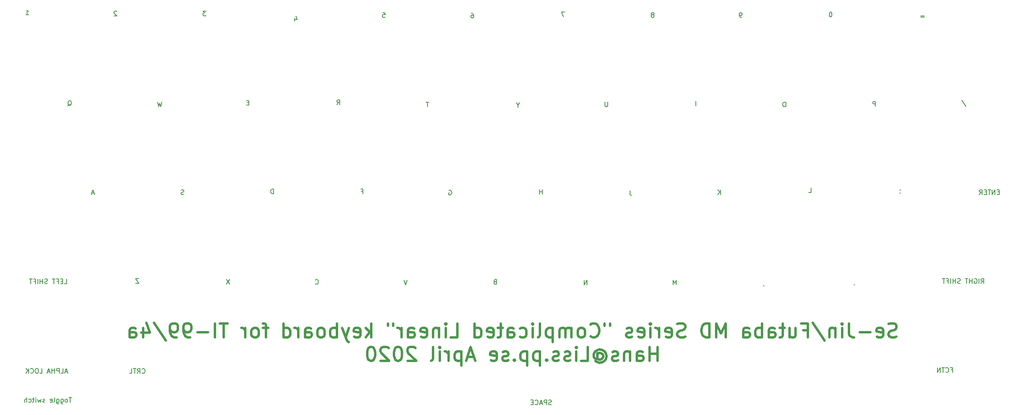
<source format=gbr>
G04 #@! TF.GenerationSoftware,KiCad,Pcbnew,(5.1.5)-2*
G04 #@! TF.CreationDate,2020-04-02T11:08:13+02:00*
G04 #@! TF.ProjectId,TI-99_kbd,54492d39-395f-46b6-9264-2e6b69636164,rev?*
G04 #@! TF.SameCoordinates,Original*
G04 #@! TF.FileFunction,Legend,Bot*
G04 #@! TF.FilePolarity,Positive*
%FSLAX46Y46*%
G04 Gerber Fmt 4.6, Leading zero omitted, Abs format (unit mm)*
G04 Created by KiCad (PCBNEW (5.1.5)-2) date 2020-04-02 11:08:13*
%MOMM*%
%LPD*%
G04 APERTURE LIST*
%ADD10C,0.150000*%
%ADD11C,0.500000*%
G04 APERTURE END LIST*
D10*
X246111904Y-144938571D02*
X246445238Y-144938571D01*
X246445238Y-145462380D02*
X246445238Y-144462380D01*
X245969047Y-144462380D01*
X245016666Y-145367142D02*
X245064285Y-145414761D01*
X245207142Y-145462380D01*
X245302380Y-145462380D01*
X245445238Y-145414761D01*
X245540476Y-145319523D01*
X245588095Y-145224285D01*
X245635714Y-145033809D01*
X245635714Y-144890952D01*
X245588095Y-144700476D01*
X245540476Y-144605238D01*
X245445238Y-144510000D01*
X245302380Y-144462380D01*
X245207142Y-144462380D01*
X245064285Y-144510000D01*
X245016666Y-144557619D01*
X244730952Y-144462380D02*
X244159523Y-144462380D01*
X244445238Y-145462380D02*
X244445238Y-144462380D01*
X243826190Y-145462380D02*
X243826190Y-144462380D01*
X243254761Y-145462380D01*
X243254761Y-144462380D01*
X161246666Y-152324761D02*
X161103809Y-152372380D01*
X160865714Y-152372380D01*
X160770476Y-152324761D01*
X160722857Y-152277142D01*
X160675238Y-152181904D01*
X160675238Y-152086666D01*
X160722857Y-151991428D01*
X160770476Y-151943809D01*
X160865714Y-151896190D01*
X161056190Y-151848571D01*
X161151428Y-151800952D01*
X161199047Y-151753333D01*
X161246666Y-151658095D01*
X161246666Y-151562857D01*
X161199047Y-151467619D01*
X161151428Y-151420000D01*
X161056190Y-151372380D01*
X160818095Y-151372380D01*
X160675238Y-151420000D01*
X160246666Y-152372380D02*
X160246666Y-151372380D01*
X159865714Y-151372380D01*
X159770476Y-151420000D01*
X159722857Y-151467619D01*
X159675238Y-151562857D01*
X159675238Y-151705714D01*
X159722857Y-151800952D01*
X159770476Y-151848571D01*
X159865714Y-151896190D01*
X160246666Y-151896190D01*
X159294285Y-152086666D02*
X158818095Y-152086666D01*
X159389523Y-152372380D02*
X159056190Y-151372380D01*
X158722857Y-152372380D01*
X157818095Y-152277142D02*
X157865714Y-152324761D01*
X158008571Y-152372380D01*
X158103809Y-152372380D01*
X158246666Y-152324761D01*
X158341904Y-152229523D01*
X158389523Y-152134285D01*
X158437142Y-151943809D01*
X158437142Y-151800952D01*
X158389523Y-151610476D01*
X158341904Y-151515238D01*
X158246666Y-151420000D01*
X158103809Y-151372380D01*
X158008571Y-151372380D01*
X157865714Y-151420000D01*
X157818095Y-151467619D01*
X157389523Y-151848571D02*
X157056190Y-151848571D01*
X156913333Y-152372380D02*
X157389523Y-152372380D01*
X157389523Y-151372380D01*
X156913333Y-151372380D01*
X74356190Y-145587142D02*
X74403809Y-145634761D01*
X74546666Y-145682380D01*
X74641904Y-145682380D01*
X74784761Y-145634761D01*
X74880000Y-145539523D01*
X74927619Y-145444285D01*
X74975238Y-145253809D01*
X74975238Y-145110952D01*
X74927619Y-144920476D01*
X74880000Y-144825238D01*
X74784761Y-144730000D01*
X74641904Y-144682380D01*
X74546666Y-144682380D01*
X74403809Y-144730000D01*
X74356190Y-144777619D01*
X73356190Y-145682380D02*
X73689523Y-145206190D01*
X73927619Y-145682380D02*
X73927619Y-144682380D01*
X73546666Y-144682380D01*
X73451428Y-144730000D01*
X73403809Y-144777619D01*
X73356190Y-144872857D01*
X73356190Y-145015714D01*
X73403809Y-145110952D01*
X73451428Y-145158571D01*
X73546666Y-145206190D01*
X73927619Y-145206190D01*
X73070476Y-144682380D02*
X72499047Y-144682380D01*
X72784761Y-145682380D02*
X72784761Y-144682380D01*
X71689523Y-145682380D02*
X72165714Y-145682380D01*
X72165714Y-144682380D01*
X59397619Y-150842380D02*
X58826190Y-150842380D01*
X59111904Y-151842380D02*
X59111904Y-150842380D01*
X58350000Y-151842380D02*
X58445238Y-151794761D01*
X58492857Y-151747142D01*
X58540476Y-151651904D01*
X58540476Y-151366190D01*
X58492857Y-151270952D01*
X58445238Y-151223333D01*
X58350000Y-151175714D01*
X58207142Y-151175714D01*
X58111904Y-151223333D01*
X58064285Y-151270952D01*
X58016666Y-151366190D01*
X58016666Y-151651904D01*
X58064285Y-151747142D01*
X58111904Y-151794761D01*
X58207142Y-151842380D01*
X58350000Y-151842380D01*
X57159523Y-151175714D02*
X57159523Y-151985238D01*
X57207142Y-152080476D01*
X57254761Y-152128095D01*
X57350000Y-152175714D01*
X57492857Y-152175714D01*
X57588095Y-152128095D01*
X57159523Y-151794761D02*
X57254761Y-151842380D01*
X57445238Y-151842380D01*
X57540476Y-151794761D01*
X57588095Y-151747142D01*
X57635714Y-151651904D01*
X57635714Y-151366190D01*
X57588095Y-151270952D01*
X57540476Y-151223333D01*
X57445238Y-151175714D01*
X57254761Y-151175714D01*
X57159523Y-151223333D01*
X56254761Y-151175714D02*
X56254761Y-151985238D01*
X56302380Y-152080476D01*
X56350000Y-152128095D01*
X56445238Y-152175714D01*
X56588095Y-152175714D01*
X56683333Y-152128095D01*
X56254761Y-151794761D02*
X56350000Y-151842380D01*
X56540476Y-151842380D01*
X56635714Y-151794761D01*
X56683333Y-151747142D01*
X56730952Y-151651904D01*
X56730952Y-151366190D01*
X56683333Y-151270952D01*
X56635714Y-151223333D01*
X56540476Y-151175714D01*
X56350000Y-151175714D01*
X56254761Y-151223333D01*
X55635714Y-151842380D02*
X55730952Y-151794761D01*
X55778571Y-151699523D01*
X55778571Y-150842380D01*
X54873809Y-151794761D02*
X54969047Y-151842380D01*
X55159523Y-151842380D01*
X55254761Y-151794761D01*
X55302380Y-151699523D01*
X55302380Y-151318571D01*
X55254761Y-151223333D01*
X55159523Y-151175714D01*
X54969047Y-151175714D01*
X54873809Y-151223333D01*
X54826190Y-151318571D01*
X54826190Y-151413809D01*
X55302380Y-151509047D01*
X53683333Y-151794761D02*
X53588095Y-151842380D01*
X53397619Y-151842380D01*
X53302380Y-151794761D01*
X53254761Y-151699523D01*
X53254761Y-151651904D01*
X53302380Y-151556666D01*
X53397619Y-151509047D01*
X53540476Y-151509047D01*
X53635714Y-151461428D01*
X53683333Y-151366190D01*
X53683333Y-151318571D01*
X53635714Y-151223333D01*
X53540476Y-151175714D01*
X53397619Y-151175714D01*
X53302380Y-151223333D01*
X52921428Y-151175714D02*
X52730952Y-151842380D01*
X52540476Y-151366190D01*
X52350000Y-151842380D01*
X52159523Y-151175714D01*
X51778571Y-151842380D02*
X51778571Y-151175714D01*
X51778571Y-150842380D02*
X51826190Y-150890000D01*
X51778571Y-150937619D01*
X51730952Y-150890000D01*
X51778571Y-150842380D01*
X51778571Y-150937619D01*
X51445238Y-151175714D02*
X51064285Y-151175714D01*
X51302380Y-150842380D02*
X51302380Y-151699523D01*
X51254761Y-151794761D01*
X51159523Y-151842380D01*
X51064285Y-151842380D01*
X50302380Y-151794761D02*
X50397619Y-151842380D01*
X50588095Y-151842380D01*
X50683333Y-151794761D01*
X50730952Y-151747142D01*
X50778571Y-151651904D01*
X50778571Y-151366190D01*
X50730952Y-151270952D01*
X50683333Y-151223333D01*
X50588095Y-151175714D01*
X50397619Y-151175714D01*
X50302380Y-151223333D01*
X49873809Y-151842380D02*
X49873809Y-150842380D01*
X49445238Y-151842380D02*
X49445238Y-151318571D01*
X49492857Y-151223333D01*
X49588095Y-151175714D01*
X49730952Y-151175714D01*
X49826190Y-151223333D01*
X49873809Y-151270952D01*
X58494761Y-145346666D02*
X58018571Y-145346666D01*
X58590000Y-145632380D02*
X58256666Y-144632380D01*
X57923333Y-145632380D01*
X57113809Y-145632380D02*
X57590000Y-145632380D01*
X57590000Y-144632380D01*
X56780476Y-145632380D02*
X56780476Y-144632380D01*
X56399523Y-144632380D01*
X56304285Y-144680000D01*
X56256666Y-144727619D01*
X56209047Y-144822857D01*
X56209047Y-144965714D01*
X56256666Y-145060952D01*
X56304285Y-145108571D01*
X56399523Y-145156190D01*
X56780476Y-145156190D01*
X55780476Y-145632380D02*
X55780476Y-144632380D01*
X55780476Y-145108571D02*
X55209047Y-145108571D01*
X55209047Y-145632380D02*
X55209047Y-144632380D01*
X54780476Y-145346666D02*
X54304285Y-145346666D01*
X54875714Y-145632380D02*
X54542380Y-144632380D01*
X54209047Y-145632380D01*
X52637619Y-145632380D02*
X53113809Y-145632380D01*
X53113809Y-144632380D01*
X52113809Y-144632380D02*
X51923333Y-144632380D01*
X51828095Y-144680000D01*
X51732857Y-144775238D01*
X51685238Y-144965714D01*
X51685238Y-145299047D01*
X51732857Y-145489523D01*
X51828095Y-145584761D01*
X51923333Y-145632380D01*
X52113809Y-145632380D01*
X52209047Y-145584761D01*
X52304285Y-145489523D01*
X52351904Y-145299047D01*
X52351904Y-144965714D01*
X52304285Y-144775238D01*
X52209047Y-144680000D01*
X52113809Y-144632380D01*
X50685238Y-145537142D02*
X50732857Y-145584761D01*
X50875714Y-145632380D01*
X50970952Y-145632380D01*
X51113809Y-145584761D01*
X51209047Y-145489523D01*
X51256666Y-145394285D01*
X51304285Y-145203809D01*
X51304285Y-145060952D01*
X51256666Y-144870476D01*
X51209047Y-144775238D01*
X51113809Y-144680000D01*
X50970952Y-144632380D01*
X50875714Y-144632380D01*
X50732857Y-144680000D01*
X50685238Y-144727619D01*
X50256666Y-145632380D02*
X50256666Y-144632380D01*
X49685238Y-145632380D02*
X50113809Y-145060952D01*
X49685238Y-144632380D02*
X50256666Y-145203809D01*
X57840952Y-126592380D02*
X58317142Y-126592380D01*
X58317142Y-125592380D01*
X57507619Y-126068571D02*
X57174285Y-126068571D01*
X57031428Y-126592380D02*
X57507619Y-126592380D01*
X57507619Y-125592380D01*
X57031428Y-125592380D01*
X56269523Y-126068571D02*
X56602857Y-126068571D01*
X56602857Y-126592380D02*
X56602857Y-125592380D01*
X56126666Y-125592380D01*
X55888571Y-125592380D02*
X55317142Y-125592380D01*
X55602857Y-126592380D02*
X55602857Y-125592380D01*
X54269523Y-126544761D02*
X54126666Y-126592380D01*
X53888571Y-126592380D01*
X53793333Y-126544761D01*
X53745714Y-126497142D01*
X53698095Y-126401904D01*
X53698095Y-126306666D01*
X53745714Y-126211428D01*
X53793333Y-126163809D01*
X53888571Y-126116190D01*
X54079047Y-126068571D01*
X54174285Y-126020952D01*
X54221904Y-125973333D01*
X54269523Y-125878095D01*
X54269523Y-125782857D01*
X54221904Y-125687619D01*
X54174285Y-125640000D01*
X54079047Y-125592380D01*
X53840952Y-125592380D01*
X53698095Y-125640000D01*
X53269523Y-126592380D02*
X53269523Y-125592380D01*
X53269523Y-126068571D02*
X52698095Y-126068571D01*
X52698095Y-126592380D02*
X52698095Y-125592380D01*
X52221904Y-126592380D02*
X52221904Y-125592380D01*
X51412380Y-126068571D02*
X51745714Y-126068571D01*
X51745714Y-126592380D02*
X51745714Y-125592380D01*
X51269523Y-125592380D01*
X51031428Y-125592380D02*
X50460000Y-125592380D01*
X50745714Y-126592380D02*
X50745714Y-125592380D01*
X73663333Y-125502380D02*
X72996666Y-125502380D01*
X73663333Y-126502380D01*
X72996666Y-126502380D01*
X92923333Y-125702380D02*
X92256666Y-126702380D01*
X92256666Y-125702380D02*
X92923333Y-126702380D01*
X111150476Y-126627142D02*
X111198095Y-126674761D01*
X111340952Y-126722380D01*
X111436190Y-126722380D01*
X111579047Y-126674761D01*
X111674285Y-126579523D01*
X111721904Y-126484285D01*
X111769523Y-126293809D01*
X111769523Y-126150952D01*
X111721904Y-125960476D01*
X111674285Y-125865238D01*
X111579047Y-125770000D01*
X111436190Y-125722380D01*
X111340952Y-125722380D01*
X111198095Y-125770000D01*
X111150476Y-125817619D01*
X130643333Y-125882380D02*
X130310000Y-126882380D01*
X129976666Y-125882380D01*
X149308571Y-126178571D02*
X149165714Y-126226190D01*
X149118095Y-126273809D01*
X149070476Y-126369047D01*
X149070476Y-126511904D01*
X149118095Y-126607142D01*
X149165714Y-126654761D01*
X149260952Y-126702380D01*
X149641904Y-126702380D01*
X149641904Y-125702380D01*
X149308571Y-125702380D01*
X149213333Y-125750000D01*
X149165714Y-125797619D01*
X149118095Y-125892857D01*
X149118095Y-125988095D01*
X149165714Y-126083333D01*
X149213333Y-126130952D01*
X149308571Y-126178571D01*
X149641904Y-126178571D01*
X168795714Y-126842380D02*
X168795714Y-125842380D01*
X168224285Y-126842380D01*
X168224285Y-125842380D01*
X187753333Y-126812380D02*
X187753333Y-125812380D01*
X187420000Y-126526666D01*
X187086666Y-125812380D01*
X187086666Y-126812380D01*
X206312380Y-126924761D02*
X206312380Y-126972380D01*
X206360000Y-127067619D01*
X206407619Y-127115238D01*
X225560000Y-126747142D02*
X225512380Y-126794761D01*
X225560000Y-126842380D01*
X225607619Y-126794761D01*
X225560000Y-126747142D01*
X225560000Y-126842380D01*
X252511904Y-126552380D02*
X252845238Y-126076190D01*
X253083333Y-126552380D02*
X253083333Y-125552380D01*
X252702380Y-125552380D01*
X252607142Y-125600000D01*
X252559523Y-125647619D01*
X252511904Y-125742857D01*
X252511904Y-125885714D01*
X252559523Y-125980952D01*
X252607142Y-126028571D01*
X252702380Y-126076190D01*
X253083333Y-126076190D01*
X252083333Y-126552380D02*
X252083333Y-125552380D01*
X251083333Y-125600000D02*
X251178571Y-125552380D01*
X251321428Y-125552380D01*
X251464285Y-125600000D01*
X251559523Y-125695238D01*
X251607142Y-125790476D01*
X251654761Y-125980952D01*
X251654761Y-126123809D01*
X251607142Y-126314285D01*
X251559523Y-126409523D01*
X251464285Y-126504761D01*
X251321428Y-126552380D01*
X251226190Y-126552380D01*
X251083333Y-126504761D01*
X251035714Y-126457142D01*
X251035714Y-126123809D01*
X251226190Y-126123809D01*
X250607142Y-126552380D02*
X250607142Y-125552380D01*
X250607142Y-126028571D02*
X250035714Y-126028571D01*
X250035714Y-126552380D02*
X250035714Y-125552380D01*
X249702380Y-125552380D02*
X249130952Y-125552380D01*
X249416666Y-126552380D02*
X249416666Y-125552380D01*
X248083333Y-126504761D02*
X247940476Y-126552380D01*
X247702380Y-126552380D01*
X247607142Y-126504761D01*
X247559523Y-126457142D01*
X247511904Y-126361904D01*
X247511904Y-126266666D01*
X247559523Y-126171428D01*
X247607142Y-126123809D01*
X247702380Y-126076190D01*
X247892857Y-126028571D01*
X247988095Y-125980952D01*
X248035714Y-125933333D01*
X248083333Y-125838095D01*
X248083333Y-125742857D01*
X248035714Y-125647619D01*
X247988095Y-125600000D01*
X247892857Y-125552380D01*
X247654761Y-125552380D01*
X247511904Y-125600000D01*
X247083333Y-126552380D02*
X247083333Y-125552380D01*
X247083333Y-126028571D02*
X246511904Y-126028571D01*
X246511904Y-126552380D02*
X246511904Y-125552380D01*
X246035714Y-126552380D02*
X246035714Y-125552380D01*
X245226190Y-126028571D02*
X245559523Y-126028571D01*
X245559523Y-126552380D02*
X245559523Y-125552380D01*
X245083333Y-125552380D01*
X244845238Y-125552380D02*
X244273809Y-125552380D01*
X244559523Y-126552380D02*
X244559523Y-125552380D01*
X256361428Y-107088571D02*
X256028095Y-107088571D01*
X255885238Y-107612380D02*
X256361428Y-107612380D01*
X256361428Y-106612380D01*
X255885238Y-106612380D01*
X255456666Y-107612380D02*
X255456666Y-106612380D01*
X254885238Y-107612380D01*
X254885238Y-106612380D01*
X254551904Y-106612380D02*
X253980476Y-106612380D01*
X254266190Y-107612380D02*
X254266190Y-106612380D01*
X253647142Y-107088571D02*
X253313809Y-107088571D01*
X253170952Y-107612380D02*
X253647142Y-107612380D01*
X253647142Y-106612380D01*
X253170952Y-106612380D01*
X252170952Y-107612380D02*
X252504285Y-107136190D01*
X252742380Y-107612380D02*
X252742380Y-106612380D01*
X252361428Y-106612380D01*
X252266190Y-106660000D01*
X252218571Y-106707619D01*
X252170952Y-106802857D01*
X252170952Y-106945714D01*
X252218571Y-107040952D01*
X252266190Y-107088571D01*
X252361428Y-107136190D01*
X252742380Y-107136190D01*
X235252380Y-107204761D02*
X235252380Y-107252380D01*
X235300000Y-107347619D01*
X235347619Y-107395238D01*
X235300000Y-106633333D02*
X235252380Y-106680952D01*
X235300000Y-106728571D01*
X235347619Y-106680952D01*
X235300000Y-106633333D01*
X235300000Y-106728571D01*
X215920476Y-107192380D02*
X216396666Y-107192380D01*
X216396666Y-106192380D01*
X197161904Y-107672380D02*
X197161904Y-106672380D01*
X196590476Y-107672380D02*
X197019047Y-107100952D01*
X196590476Y-106672380D02*
X197161904Y-107243809D01*
X177927142Y-106782380D02*
X177927142Y-107496666D01*
X177974761Y-107639523D01*
X178070000Y-107734761D01*
X178212857Y-107782380D01*
X178308095Y-107782380D01*
X159345714Y-107582380D02*
X159345714Y-106582380D01*
X159345714Y-107058571D02*
X158774285Y-107058571D01*
X158774285Y-107582380D02*
X158774285Y-106582380D01*
X139508095Y-106770000D02*
X139603333Y-106722380D01*
X139746190Y-106722380D01*
X139889047Y-106770000D01*
X139984285Y-106865238D01*
X140031904Y-106960476D01*
X140079523Y-107150952D01*
X140079523Y-107293809D01*
X140031904Y-107484285D01*
X139984285Y-107579523D01*
X139889047Y-107674761D01*
X139746190Y-107722380D01*
X139650952Y-107722380D01*
X139508095Y-107674761D01*
X139460476Y-107627142D01*
X139460476Y-107293809D01*
X139650952Y-107293809D01*
X120927142Y-106948571D02*
X121260476Y-106948571D01*
X121260476Y-107472380D02*
X121260476Y-106472380D01*
X120784285Y-106472380D01*
X102241904Y-107472380D02*
X102241904Y-106472380D01*
X102003809Y-106472380D01*
X101860952Y-106520000D01*
X101765714Y-106615238D01*
X101718095Y-106710476D01*
X101670476Y-106900952D01*
X101670476Y-107043809D01*
X101718095Y-107234285D01*
X101765714Y-107329523D01*
X101860952Y-107424761D01*
X102003809Y-107472380D01*
X102241904Y-107472380D01*
X83205714Y-107584761D02*
X83062857Y-107632380D01*
X82824761Y-107632380D01*
X82729523Y-107584761D01*
X82681904Y-107537142D01*
X82634285Y-107441904D01*
X82634285Y-107346666D01*
X82681904Y-107251428D01*
X82729523Y-107203809D01*
X82824761Y-107156190D01*
X83015238Y-107108571D01*
X83110476Y-107060952D01*
X83158095Y-107013333D01*
X83205714Y-106918095D01*
X83205714Y-106822857D01*
X83158095Y-106727619D01*
X83110476Y-106680000D01*
X83015238Y-106632380D01*
X82777142Y-106632380D01*
X82634285Y-106680000D01*
X64178095Y-107346666D02*
X63701904Y-107346666D01*
X64273333Y-107632380D02*
X63940000Y-106632380D01*
X63606666Y-107632380D01*
X58599047Y-88757619D02*
X58694285Y-88710000D01*
X58789523Y-88614761D01*
X58932380Y-88471904D01*
X59027619Y-88424285D01*
X59122857Y-88424285D01*
X59075238Y-88662380D02*
X59170476Y-88614761D01*
X59265714Y-88519523D01*
X59313333Y-88329047D01*
X59313333Y-87995714D01*
X59265714Y-87805238D01*
X59170476Y-87710000D01*
X59075238Y-87662380D01*
X58884761Y-87662380D01*
X58789523Y-87710000D01*
X58694285Y-87805238D01*
X58646666Y-87995714D01*
X58646666Y-88329047D01*
X58694285Y-88519523D01*
X58789523Y-88614761D01*
X58884761Y-88662380D01*
X59075238Y-88662380D01*
X78528571Y-87902380D02*
X78290476Y-88902380D01*
X78100000Y-88188095D01*
X77909523Y-88902380D01*
X77671428Y-87902380D01*
X97034285Y-88108571D02*
X96700952Y-88108571D01*
X96558095Y-88632380D02*
X97034285Y-88632380D01*
X97034285Y-87632380D01*
X96558095Y-87632380D01*
X115720476Y-88502380D02*
X116053809Y-88026190D01*
X116291904Y-88502380D02*
X116291904Y-87502380D01*
X115910952Y-87502380D01*
X115815714Y-87550000D01*
X115768095Y-87597619D01*
X115720476Y-87692857D01*
X115720476Y-87835714D01*
X115768095Y-87930952D01*
X115815714Y-87978571D01*
X115910952Y-88026190D01*
X116291904Y-88026190D01*
X135205714Y-87972380D02*
X134634285Y-87972380D01*
X134920000Y-88972380D02*
X134920000Y-87972380D01*
X154190000Y-88626190D02*
X154190000Y-89102380D01*
X154523333Y-88102380D02*
X154190000Y-88626190D01*
X153856666Y-88102380D01*
X173205714Y-87942380D02*
X173205714Y-88751904D01*
X173158095Y-88847142D01*
X173110476Y-88894761D01*
X173015238Y-88942380D01*
X172824761Y-88942380D01*
X172729523Y-88894761D01*
X172681904Y-88847142D01*
X172634285Y-88751904D01*
X172634285Y-87942380D01*
X191970000Y-88752380D02*
X191970000Y-87752380D01*
X210855238Y-87962380D02*
X210664761Y-87962380D01*
X210569523Y-88010000D01*
X210474285Y-88105238D01*
X210426666Y-88295714D01*
X210426666Y-88629047D01*
X210474285Y-88819523D01*
X210569523Y-88914761D01*
X210664761Y-88962380D01*
X210855238Y-88962380D01*
X210950476Y-88914761D01*
X211045714Y-88819523D01*
X211093333Y-88629047D01*
X211093333Y-88295714D01*
X211045714Y-88105238D01*
X210950476Y-88010000D01*
X210855238Y-87962380D01*
X230061904Y-88852380D02*
X230061904Y-87852380D01*
X229680952Y-87852380D01*
X229585714Y-87900000D01*
X229538095Y-87947619D01*
X229490476Y-88042857D01*
X229490476Y-88185714D01*
X229538095Y-88280952D01*
X229585714Y-88328571D01*
X229680952Y-88376190D01*
X230061904Y-88376190D01*
X248401428Y-87584761D02*
X249258571Y-88870476D01*
X240420952Y-69628571D02*
X239659047Y-69628571D01*
X239659047Y-69914285D02*
X240420952Y-69914285D01*
X220607619Y-68822380D02*
X220512380Y-68822380D01*
X220417142Y-68870000D01*
X220369523Y-68917619D01*
X220321904Y-69012857D01*
X220274285Y-69203333D01*
X220274285Y-69441428D01*
X220321904Y-69631904D01*
X220369523Y-69727142D01*
X220417142Y-69774761D01*
X220512380Y-69822380D01*
X220607619Y-69822380D01*
X220702857Y-69774761D01*
X220750476Y-69727142D01*
X220798095Y-69631904D01*
X220845714Y-69441428D01*
X220845714Y-69203333D01*
X220798095Y-69012857D01*
X220750476Y-68917619D01*
X220702857Y-68870000D01*
X220607619Y-68822380D01*
X201660476Y-69932380D02*
X201470000Y-69932380D01*
X201374761Y-69884761D01*
X201327142Y-69837142D01*
X201231904Y-69694285D01*
X201184285Y-69503809D01*
X201184285Y-69122857D01*
X201231904Y-69027619D01*
X201279523Y-68980000D01*
X201374761Y-68932380D01*
X201565238Y-68932380D01*
X201660476Y-68980000D01*
X201708095Y-69027619D01*
X201755714Y-69122857D01*
X201755714Y-69360952D01*
X201708095Y-69456190D01*
X201660476Y-69503809D01*
X201565238Y-69551428D01*
X201374761Y-69551428D01*
X201279523Y-69503809D01*
X201231904Y-69456190D01*
X201184285Y-69360952D01*
X182865238Y-69360952D02*
X182960476Y-69313333D01*
X183008095Y-69265714D01*
X183055714Y-69170476D01*
X183055714Y-69122857D01*
X183008095Y-69027619D01*
X182960476Y-68980000D01*
X182865238Y-68932380D01*
X182674761Y-68932380D01*
X182579523Y-68980000D01*
X182531904Y-69027619D01*
X182484285Y-69122857D01*
X182484285Y-69170476D01*
X182531904Y-69265714D01*
X182579523Y-69313333D01*
X182674761Y-69360952D01*
X182865238Y-69360952D01*
X182960476Y-69408571D01*
X183008095Y-69456190D01*
X183055714Y-69551428D01*
X183055714Y-69741904D01*
X183008095Y-69837142D01*
X182960476Y-69884761D01*
X182865238Y-69932380D01*
X182674761Y-69932380D01*
X182579523Y-69884761D01*
X182531904Y-69837142D01*
X182484285Y-69741904D01*
X182484285Y-69551428D01*
X182531904Y-69456190D01*
X182579523Y-69408571D01*
X182674761Y-69360952D01*
X164073333Y-68822380D02*
X163406666Y-68822380D01*
X163835238Y-69822380D01*
X144289523Y-69042380D02*
X144480000Y-69042380D01*
X144575238Y-69090000D01*
X144622857Y-69137619D01*
X144718095Y-69280476D01*
X144765714Y-69470952D01*
X144765714Y-69851904D01*
X144718095Y-69947142D01*
X144670476Y-69994761D01*
X144575238Y-70042380D01*
X144384761Y-70042380D01*
X144289523Y-69994761D01*
X144241904Y-69947142D01*
X144194285Y-69851904D01*
X144194285Y-69613809D01*
X144241904Y-69518571D01*
X144289523Y-69470952D01*
X144384761Y-69423333D01*
X144575238Y-69423333D01*
X144670476Y-69470952D01*
X144718095Y-69518571D01*
X144765714Y-69613809D01*
X125431904Y-68932380D02*
X125908095Y-68932380D01*
X125955714Y-69408571D01*
X125908095Y-69360952D01*
X125812857Y-69313333D01*
X125574761Y-69313333D01*
X125479523Y-69360952D01*
X125431904Y-69408571D01*
X125384285Y-69503809D01*
X125384285Y-69741904D01*
X125431904Y-69837142D01*
X125479523Y-69884761D01*
X125574761Y-69932380D01*
X125812857Y-69932380D01*
X125908095Y-69884761D01*
X125955714Y-69837142D01*
X106779523Y-70045714D02*
X106779523Y-70712380D01*
X107017619Y-69664761D02*
X107255714Y-70379047D01*
X106636666Y-70379047D01*
X87933333Y-68592380D02*
X87314285Y-68592380D01*
X87647619Y-68973333D01*
X87504761Y-68973333D01*
X87409523Y-69020952D01*
X87361904Y-69068571D01*
X87314285Y-69163809D01*
X87314285Y-69401904D01*
X87361904Y-69497142D01*
X87409523Y-69544761D01*
X87504761Y-69592380D01*
X87790476Y-69592380D01*
X87885714Y-69544761D01*
X87933333Y-69497142D01*
X68965714Y-68687619D02*
X68918095Y-68640000D01*
X68822857Y-68592380D01*
X68584761Y-68592380D01*
X68489523Y-68640000D01*
X68441904Y-68687619D01*
X68394285Y-68782857D01*
X68394285Y-68878095D01*
X68441904Y-69020952D01*
X69013333Y-69592380D01*
X68394285Y-69592380D01*
X49694285Y-69372380D02*
X50265714Y-69372380D01*
X49980000Y-69372380D02*
X49980000Y-68372380D01*
X50075238Y-68515238D01*
X50170476Y-68610476D01*
X50265714Y-68658095D01*
D11*
X234559999Y-137904285D02*
X234131428Y-138047142D01*
X233417142Y-138047142D01*
X233131428Y-137904285D01*
X232988571Y-137761428D01*
X232845714Y-137475714D01*
X232845714Y-137190000D01*
X232988571Y-136904285D01*
X233131428Y-136761428D01*
X233417142Y-136618571D01*
X233988571Y-136475714D01*
X234274285Y-136332857D01*
X234417142Y-136190000D01*
X234559999Y-135904285D01*
X234559999Y-135618571D01*
X234417142Y-135332857D01*
X234274285Y-135190000D01*
X233988571Y-135047142D01*
X233274285Y-135047142D01*
X232845714Y-135190000D01*
X230417142Y-137904285D02*
X230702857Y-138047142D01*
X231274285Y-138047142D01*
X231559999Y-137904285D01*
X231702857Y-137618571D01*
X231702857Y-136475714D01*
X231559999Y-136190000D01*
X231274285Y-136047142D01*
X230702857Y-136047142D01*
X230417142Y-136190000D01*
X230274285Y-136475714D01*
X230274285Y-136761428D01*
X231702857Y-137047142D01*
X228988571Y-136904285D02*
X226702857Y-136904285D01*
X224417142Y-135047142D02*
X224417142Y-137190000D01*
X224559999Y-137618571D01*
X224845714Y-137904285D01*
X225274285Y-138047142D01*
X225559999Y-138047142D01*
X222988571Y-138047142D02*
X222988571Y-136047142D01*
X222988571Y-135047142D02*
X223131428Y-135190000D01*
X222988571Y-135332857D01*
X222845714Y-135190000D01*
X222988571Y-135047142D01*
X222988571Y-135332857D01*
X221559999Y-136047142D02*
X221559999Y-138047142D01*
X221559999Y-136332857D02*
X221417142Y-136190000D01*
X221131428Y-136047142D01*
X220702857Y-136047142D01*
X220417142Y-136190000D01*
X220274285Y-136475714D01*
X220274285Y-138047142D01*
X216702857Y-134904285D02*
X219274285Y-138761428D01*
X214702857Y-136475714D02*
X215702857Y-136475714D01*
X215702857Y-138047142D02*
X215702857Y-135047142D01*
X214274285Y-135047142D01*
X211845714Y-136047142D02*
X211845714Y-138047142D01*
X213131428Y-136047142D02*
X213131428Y-137618571D01*
X212988571Y-137904285D01*
X212702857Y-138047142D01*
X212274285Y-138047142D01*
X211988571Y-137904285D01*
X211845714Y-137761428D01*
X210845714Y-136047142D02*
X209702857Y-136047142D01*
X210417142Y-135047142D02*
X210417142Y-137618571D01*
X210274285Y-137904285D01*
X209988571Y-138047142D01*
X209702857Y-138047142D01*
X207417142Y-138047142D02*
X207417142Y-136475714D01*
X207560000Y-136190000D01*
X207845714Y-136047142D01*
X208417142Y-136047142D01*
X208702857Y-136190000D01*
X207417142Y-137904285D02*
X207702857Y-138047142D01*
X208417142Y-138047142D01*
X208702857Y-137904285D01*
X208845714Y-137618571D01*
X208845714Y-137332857D01*
X208702857Y-137047142D01*
X208417142Y-136904285D01*
X207702857Y-136904285D01*
X207417142Y-136761428D01*
X205988571Y-138047142D02*
X205988571Y-135047142D01*
X205988571Y-136190000D02*
X205702857Y-136047142D01*
X205131428Y-136047142D01*
X204845714Y-136190000D01*
X204702857Y-136332857D01*
X204560000Y-136618571D01*
X204560000Y-137475714D01*
X204702857Y-137761428D01*
X204845714Y-137904285D01*
X205131428Y-138047142D01*
X205702857Y-138047142D01*
X205988571Y-137904285D01*
X201988571Y-138047142D02*
X201988571Y-136475714D01*
X202131428Y-136190000D01*
X202417142Y-136047142D01*
X202988571Y-136047142D01*
X203274285Y-136190000D01*
X201988571Y-137904285D02*
X202274285Y-138047142D01*
X202988571Y-138047142D01*
X203274285Y-137904285D01*
X203417142Y-137618571D01*
X203417142Y-137332857D01*
X203274285Y-137047142D01*
X202988571Y-136904285D01*
X202274285Y-136904285D01*
X201988571Y-136761428D01*
X198274285Y-138047142D02*
X198274285Y-135047142D01*
X197274285Y-137190000D01*
X196274285Y-135047142D01*
X196274285Y-138047142D01*
X194845714Y-138047142D02*
X194845714Y-135047142D01*
X194131428Y-135047142D01*
X193702857Y-135190000D01*
X193417142Y-135475714D01*
X193274285Y-135761428D01*
X193131428Y-136332857D01*
X193131428Y-136761428D01*
X193274285Y-137332857D01*
X193417142Y-137618571D01*
X193702857Y-137904285D01*
X194131428Y-138047142D01*
X194845714Y-138047142D01*
X189702857Y-137904285D02*
X189274285Y-138047142D01*
X188560000Y-138047142D01*
X188274285Y-137904285D01*
X188131428Y-137761428D01*
X187988571Y-137475714D01*
X187988571Y-137190000D01*
X188131428Y-136904285D01*
X188274285Y-136761428D01*
X188560000Y-136618571D01*
X189131428Y-136475714D01*
X189417142Y-136332857D01*
X189560000Y-136190000D01*
X189702857Y-135904285D01*
X189702857Y-135618571D01*
X189560000Y-135332857D01*
X189417142Y-135190000D01*
X189131428Y-135047142D01*
X188417142Y-135047142D01*
X187988571Y-135190000D01*
X185560000Y-137904285D02*
X185845714Y-138047142D01*
X186417142Y-138047142D01*
X186702857Y-137904285D01*
X186845714Y-137618571D01*
X186845714Y-136475714D01*
X186702857Y-136190000D01*
X186417142Y-136047142D01*
X185845714Y-136047142D01*
X185560000Y-136190000D01*
X185417142Y-136475714D01*
X185417142Y-136761428D01*
X186845714Y-137047142D01*
X184131428Y-138047142D02*
X184131428Y-136047142D01*
X184131428Y-136618571D02*
X183988571Y-136332857D01*
X183845714Y-136190000D01*
X183560000Y-136047142D01*
X183274285Y-136047142D01*
X182274285Y-138047142D02*
X182274285Y-136047142D01*
X182274285Y-135047142D02*
X182417142Y-135190000D01*
X182274285Y-135332857D01*
X182131428Y-135190000D01*
X182274285Y-135047142D01*
X182274285Y-135332857D01*
X179702857Y-137904285D02*
X179988571Y-138047142D01*
X180560000Y-138047142D01*
X180845714Y-137904285D01*
X180988571Y-137618571D01*
X180988571Y-136475714D01*
X180845714Y-136190000D01*
X180560000Y-136047142D01*
X179988571Y-136047142D01*
X179702857Y-136190000D01*
X179560000Y-136475714D01*
X179560000Y-136761428D01*
X180988571Y-137047142D01*
X178417142Y-137904285D02*
X178131428Y-138047142D01*
X177560000Y-138047142D01*
X177274285Y-137904285D01*
X177131428Y-137618571D01*
X177131428Y-137475714D01*
X177274285Y-137190000D01*
X177560000Y-137047142D01*
X177988571Y-137047142D01*
X178274285Y-136904285D01*
X178417142Y-136618571D01*
X178417142Y-136475714D01*
X178274285Y-136190000D01*
X177988571Y-136047142D01*
X177560000Y-136047142D01*
X177274285Y-136190000D01*
X173702857Y-135047142D02*
X173702857Y-135618571D01*
X172560000Y-135047142D02*
X172560000Y-135618571D01*
X169560000Y-137761428D02*
X169702857Y-137904285D01*
X170131428Y-138047142D01*
X170417142Y-138047142D01*
X170845714Y-137904285D01*
X171131428Y-137618571D01*
X171274285Y-137332857D01*
X171417142Y-136761428D01*
X171417142Y-136332857D01*
X171274285Y-135761428D01*
X171131428Y-135475714D01*
X170845714Y-135190000D01*
X170417142Y-135047142D01*
X170131428Y-135047142D01*
X169702857Y-135190000D01*
X169560000Y-135332857D01*
X167845714Y-138047142D02*
X168131428Y-137904285D01*
X168274285Y-137761428D01*
X168417142Y-137475714D01*
X168417142Y-136618571D01*
X168274285Y-136332857D01*
X168131428Y-136190000D01*
X167845714Y-136047142D01*
X167417142Y-136047142D01*
X167131428Y-136190000D01*
X166988571Y-136332857D01*
X166845714Y-136618571D01*
X166845714Y-137475714D01*
X166988571Y-137761428D01*
X167131428Y-137904285D01*
X167417142Y-138047142D01*
X167845714Y-138047142D01*
X165560000Y-138047142D02*
X165560000Y-136047142D01*
X165560000Y-136332857D02*
X165417142Y-136190000D01*
X165131428Y-136047142D01*
X164702857Y-136047142D01*
X164417142Y-136190000D01*
X164274285Y-136475714D01*
X164274285Y-138047142D01*
X164274285Y-136475714D02*
X164131428Y-136190000D01*
X163845714Y-136047142D01*
X163417142Y-136047142D01*
X163131428Y-136190000D01*
X162988571Y-136475714D01*
X162988571Y-138047142D01*
X161560000Y-136047142D02*
X161560000Y-139047142D01*
X161560000Y-136190000D02*
X161274285Y-136047142D01*
X160702857Y-136047142D01*
X160417142Y-136190000D01*
X160274285Y-136332857D01*
X160131428Y-136618571D01*
X160131428Y-137475714D01*
X160274285Y-137761428D01*
X160417142Y-137904285D01*
X160702857Y-138047142D01*
X161274285Y-138047142D01*
X161560000Y-137904285D01*
X158417142Y-138047142D02*
X158702857Y-137904285D01*
X158845714Y-137618571D01*
X158845714Y-135047142D01*
X157274285Y-138047142D02*
X157274285Y-136047142D01*
X157274285Y-135047142D02*
X157417142Y-135190000D01*
X157274285Y-135332857D01*
X157131428Y-135190000D01*
X157274285Y-135047142D01*
X157274285Y-135332857D01*
X154560000Y-137904285D02*
X154845714Y-138047142D01*
X155417142Y-138047142D01*
X155702857Y-137904285D01*
X155845714Y-137761428D01*
X155988571Y-137475714D01*
X155988571Y-136618571D01*
X155845714Y-136332857D01*
X155702857Y-136190000D01*
X155417142Y-136047142D01*
X154845714Y-136047142D01*
X154560000Y-136190000D01*
X151988571Y-138047142D02*
X151988571Y-136475714D01*
X152131428Y-136190000D01*
X152417142Y-136047142D01*
X152988571Y-136047142D01*
X153274285Y-136190000D01*
X151988571Y-137904285D02*
X152274285Y-138047142D01*
X152988571Y-138047142D01*
X153274285Y-137904285D01*
X153417142Y-137618571D01*
X153417142Y-137332857D01*
X153274285Y-137047142D01*
X152988571Y-136904285D01*
X152274285Y-136904285D01*
X151988571Y-136761428D01*
X150988571Y-136047142D02*
X149845714Y-136047142D01*
X150560000Y-135047142D02*
X150560000Y-137618571D01*
X150417142Y-137904285D01*
X150131428Y-138047142D01*
X149845714Y-138047142D01*
X147702857Y-137904285D02*
X147988571Y-138047142D01*
X148560000Y-138047142D01*
X148845714Y-137904285D01*
X148988571Y-137618571D01*
X148988571Y-136475714D01*
X148845714Y-136190000D01*
X148560000Y-136047142D01*
X147988571Y-136047142D01*
X147702857Y-136190000D01*
X147560000Y-136475714D01*
X147560000Y-136761428D01*
X148988571Y-137047142D01*
X144988571Y-138047142D02*
X144988571Y-135047142D01*
X144988571Y-137904285D02*
X145274285Y-138047142D01*
X145845714Y-138047142D01*
X146131428Y-137904285D01*
X146274285Y-137761428D01*
X146417142Y-137475714D01*
X146417142Y-136618571D01*
X146274285Y-136332857D01*
X146131428Y-136190000D01*
X145845714Y-136047142D01*
X145274285Y-136047142D01*
X144988571Y-136190000D01*
X139845714Y-138047142D02*
X141274285Y-138047142D01*
X141274285Y-135047142D01*
X138845714Y-138047142D02*
X138845714Y-136047142D01*
X138845714Y-135047142D02*
X138988571Y-135190000D01*
X138845714Y-135332857D01*
X138702857Y-135190000D01*
X138845714Y-135047142D01*
X138845714Y-135332857D01*
X137417142Y-136047142D02*
X137417142Y-138047142D01*
X137417142Y-136332857D02*
X137274285Y-136190000D01*
X136988571Y-136047142D01*
X136560000Y-136047142D01*
X136274285Y-136190000D01*
X136131428Y-136475714D01*
X136131428Y-138047142D01*
X133560000Y-137904285D02*
X133845714Y-138047142D01*
X134417142Y-138047142D01*
X134702857Y-137904285D01*
X134845714Y-137618571D01*
X134845714Y-136475714D01*
X134702857Y-136190000D01*
X134417142Y-136047142D01*
X133845714Y-136047142D01*
X133560000Y-136190000D01*
X133417142Y-136475714D01*
X133417142Y-136761428D01*
X134845714Y-137047142D01*
X130845714Y-138047142D02*
X130845714Y-136475714D01*
X130988571Y-136190000D01*
X131274285Y-136047142D01*
X131845714Y-136047142D01*
X132131428Y-136190000D01*
X130845714Y-137904285D02*
X131131428Y-138047142D01*
X131845714Y-138047142D01*
X132131428Y-137904285D01*
X132274285Y-137618571D01*
X132274285Y-137332857D01*
X132131428Y-137047142D01*
X131845714Y-136904285D01*
X131131428Y-136904285D01*
X130845714Y-136761428D01*
X129417142Y-138047142D02*
X129417142Y-136047142D01*
X129417142Y-136618571D02*
X129274285Y-136332857D01*
X129131428Y-136190000D01*
X128845714Y-136047142D01*
X128560000Y-136047142D01*
X127702857Y-135047142D02*
X127702857Y-135618571D01*
X126560000Y-135047142D02*
X126560000Y-135618571D01*
X122988571Y-138047142D02*
X122988571Y-135047142D01*
X122702857Y-136904285D02*
X121845714Y-138047142D01*
X121845714Y-136047142D02*
X122988571Y-137190000D01*
X119417142Y-137904285D02*
X119702857Y-138047142D01*
X120274285Y-138047142D01*
X120560000Y-137904285D01*
X120702857Y-137618571D01*
X120702857Y-136475714D01*
X120560000Y-136190000D01*
X120274285Y-136047142D01*
X119702857Y-136047142D01*
X119417142Y-136190000D01*
X119274285Y-136475714D01*
X119274285Y-136761428D01*
X120702857Y-137047142D01*
X118274285Y-136047142D02*
X117560000Y-138047142D01*
X116845714Y-136047142D02*
X117560000Y-138047142D01*
X117845714Y-138761428D01*
X117988571Y-138904285D01*
X118274285Y-139047142D01*
X115702857Y-138047142D02*
X115702857Y-135047142D01*
X115702857Y-136190000D02*
X115417142Y-136047142D01*
X114845714Y-136047142D01*
X114560000Y-136190000D01*
X114417142Y-136332857D01*
X114274285Y-136618571D01*
X114274285Y-137475714D01*
X114417142Y-137761428D01*
X114560000Y-137904285D01*
X114845714Y-138047142D01*
X115417142Y-138047142D01*
X115702857Y-137904285D01*
X112560000Y-138047142D02*
X112845714Y-137904285D01*
X112988571Y-137761428D01*
X113131428Y-137475714D01*
X113131428Y-136618571D01*
X112988571Y-136332857D01*
X112845714Y-136190000D01*
X112560000Y-136047142D01*
X112131428Y-136047142D01*
X111845714Y-136190000D01*
X111702857Y-136332857D01*
X111560000Y-136618571D01*
X111560000Y-137475714D01*
X111702857Y-137761428D01*
X111845714Y-137904285D01*
X112131428Y-138047142D01*
X112560000Y-138047142D01*
X108988571Y-138047142D02*
X108988571Y-136475714D01*
X109131428Y-136190000D01*
X109417142Y-136047142D01*
X109988571Y-136047142D01*
X110274285Y-136190000D01*
X108988571Y-137904285D02*
X109274285Y-138047142D01*
X109988571Y-138047142D01*
X110274285Y-137904285D01*
X110417142Y-137618571D01*
X110417142Y-137332857D01*
X110274285Y-137047142D01*
X109988571Y-136904285D01*
X109274285Y-136904285D01*
X108988571Y-136761428D01*
X107560000Y-138047142D02*
X107560000Y-136047142D01*
X107560000Y-136618571D02*
X107417142Y-136332857D01*
X107274285Y-136190000D01*
X106988571Y-136047142D01*
X106702857Y-136047142D01*
X104417142Y-138047142D02*
X104417142Y-135047142D01*
X104417142Y-137904285D02*
X104702857Y-138047142D01*
X105274285Y-138047142D01*
X105560000Y-137904285D01*
X105702857Y-137761428D01*
X105845714Y-137475714D01*
X105845714Y-136618571D01*
X105702857Y-136332857D01*
X105560000Y-136190000D01*
X105274285Y-136047142D01*
X104702857Y-136047142D01*
X104417142Y-136190000D01*
X101131428Y-136047142D02*
X99988571Y-136047142D01*
X100702857Y-138047142D02*
X100702857Y-135475714D01*
X100560000Y-135190000D01*
X100274285Y-135047142D01*
X99988571Y-135047142D01*
X98560000Y-138047142D02*
X98845714Y-137904285D01*
X98988571Y-137761428D01*
X99131428Y-137475714D01*
X99131428Y-136618571D01*
X98988571Y-136332857D01*
X98845714Y-136190000D01*
X98560000Y-136047142D01*
X98131428Y-136047142D01*
X97845714Y-136190000D01*
X97702857Y-136332857D01*
X97560000Y-136618571D01*
X97560000Y-137475714D01*
X97702857Y-137761428D01*
X97845714Y-137904285D01*
X98131428Y-138047142D01*
X98560000Y-138047142D01*
X96274285Y-138047142D02*
X96274285Y-136047142D01*
X96274285Y-136618571D02*
X96131428Y-136332857D01*
X95988571Y-136190000D01*
X95702857Y-136047142D01*
X95417142Y-136047142D01*
X92560000Y-135047142D02*
X90845714Y-135047142D01*
X91702857Y-138047142D02*
X91702857Y-135047142D01*
X89845714Y-138047142D02*
X89845714Y-135047142D01*
X88417142Y-136904285D02*
X86131428Y-136904285D01*
X84560000Y-138047142D02*
X83988571Y-138047142D01*
X83702857Y-137904285D01*
X83560000Y-137761428D01*
X83274285Y-137332857D01*
X83131428Y-136761428D01*
X83131428Y-135618571D01*
X83274285Y-135332857D01*
X83417142Y-135190000D01*
X83702857Y-135047142D01*
X84274285Y-135047142D01*
X84560000Y-135190000D01*
X84702857Y-135332857D01*
X84845714Y-135618571D01*
X84845714Y-136332857D01*
X84702857Y-136618571D01*
X84560000Y-136761428D01*
X84274285Y-136904285D01*
X83702857Y-136904285D01*
X83417142Y-136761428D01*
X83274285Y-136618571D01*
X83131428Y-136332857D01*
X81702857Y-138047142D02*
X81131428Y-138047142D01*
X80845714Y-137904285D01*
X80702857Y-137761428D01*
X80417142Y-137332857D01*
X80274285Y-136761428D01*
X80274285Y-135618571D01*
X80417142Y-135332857D01*
X80560000Y-135190000D01*
X80845714Y-135047142D01*
X81417142Y-135047142D01*
X81702857Y-135190000D01*
X81845714Y-135332857D01*
X81988571Y-135618571D01*
X81988571Y-136332857D01*
X81845714Y-136618571D01*
X81702857Y-136761428D01*
X81417142Y-136904285D01*
X80845714Y-136904285D01*
X80560000Y-136761428D01*
X80417142Y-136618571D01*
X80274285Y-136332857D01*
X76845714Y-134904285D02*
X79417142Y-138761428D01*
X74560000Y-136047142D02*
X74560000Y-138047142D01*
X75274285Y-134904285D02*
X75988571Y-137047142D01*
X74131428Y-137047142D01*
X71702857Y-138047142D02*
X71702857Y-136475714D01*
X71845714Y-136190000D01*
X72131428Y-136047142D01*
X72702857Y-136047142D01*
X72988571Y-136190000D01*
X71702857Y-137904285D02*
X71988571Y-138047142D01*
X72702857Y-138047142D01*
X72988571Y-137904285D01*
X73131428Y-137618571D01*
X73131428Y-137332857D01*
X72988571Y-137047142D01*
X72702857Y-136904285D01*
X71988571Y-136904285D01*
X71702857Y-136761428D01*
X183845714Y-143047142D02*
X183845714Y-140047142D01*
X183845714Y-141475714D02*
X182131428Y-141475714D01*
X182131428Y-143047142D02*
X182131428Y-140047142D01*
X179417142Y-143047142D02*
X179417142Y-141475714D01*
X179560000Y-141190000D01*
X179845714Y-141047142D01*
X180417142Y-141047142D01*
X180702857Y-141190000D01*
X179417142Y-142904285D02*
X179702857Y-143047142D01*
X180417142Y-143047142D01*
X180702857Y-142904285D01*
X180845714Y-142618571D01*
X180845714Y-142332857D01*
X180702857Y-142047142D01*
X180417142Y-141904285D01*
X179702857Y-141904285D01*
X179417142Y-141761428D01*
X177988571Y-141047142D02*
X177988571Y-143047142D01*
X177988571Y-141332857D02*
X177845714Y-141190000D01*
X177560000Y-141047142D01*
X177131428Y-141047142D01*
X176845714Y-141190000D01*
X176702857Y-141475714D01*
X176702857Y-143047142D01*
X175417142Y-142904285D02*
X175131428Y-143047142D01*
X174560000Y-143047142D01*
X174274285Y-142904285D01*
X174131428Y-142618571D01*
X174131428Y-142475714D01*
X174274285Y-142190000D01*
X174560000Y-142047142D01*
X174988571Y-142047142D01*
X175274285Y-141904285D01*
X175417142Y-141618571D01*
X175417142Y-141475714D01*
X175274285Y-141190000D01*
X174988571Y-141047142D01*
X174560000Y-141047142D01*
X174274285Y-141190000D01*
X170988571Y-141618571D02*
X171131428Y-141475714D01*
X171417142Y-141332857D01*
X171702857Y-141332857D01*
X171988571Y-141475714D01*
X172131428Y-141618571D01*
X172274285Y-141904285D01*
X172274285Y-142190000D01*
X172131428Y-142475714D01*
X171988571Y-142618571D01*
X171702857Y-142761428D01*
X171417142Y-142761428D01*
X171131428Y-142618571D01*
X170988571Y-142475714D01*
X170988571Y-141332857D02*
X170988571Y-142475714D01*
X170845714Y-142618571D01*
X170702857Y-142618571D01*
X170417142Y-142475714D01*
X170274285Y-142190000D01*
X170274285Y-141475714D01*
X170560000Y-141047142D01*
X170988571Y-140761428D01*
X171560000Y-140618571D01*
X172131428Y-140761428D01*
X172560000Y-141047142D01*
X172845714Y-141475714D01*
X172988571Y-142047142D01*
X172845714Y-142618571D01*
X172560000Y-143047142D01*
X172131428Y-143332857D01*
X171560000Y-143475714D01*
X170988571Y-143332857D01*
X170560000Y-143047142D01*
X167560000Y-143047142D02*
X168988571Y-143047142D01*
X168988571Y-140047142D01*
X166560000Y-143047142D02*
X166560000Y-141047142D01*
X166560000Y-140047142D02*
X166702857Y-140190000D01*
X166560000Y-140332857D01*
X166417142Y-140190000D01*
X166560000Y-140047142D01*
X166560000Y-140332857D01*
X165274285Y-142904285D02*
X164988571Y-143047142D01*
X164417142Y-143047142D01*
X164131428Y-142904285D01*
X163988571Y-142618571D01*
X163988571Y-142475714D01*
X164131428Y-142190000D01*
X164417142Y-142047142D01*
X164845714Y-142047142D01*
X165131428Y-141904285D01*
X165274285Y-141618571D01*
X165274285Y-141475714D01*
X165131428Y-141190000D01*
X164845714Y-141047142D01*
X164417142Y-141047142D01*
X164131428Y-141190000D01*
X162845714Y-142904285D02*
X162560000Y-143047142D01*
X161988571Y-143047142D01*
X161702857Y-142904285D01*
X161560000Y-142618571D01*
X161560000Y-142475714D01*
X161702857Y-142190000D01*
X161988571Y-142047142D01*
X162417142Y-142047142D01*
X162702857Y-141904285D01*
X162845714Y-141618571D01*
X162845714Y-141475714D01*
X162702857Y-141190000D01*
X162417142Y-141047142D01*
X161988571Y-141047142D01*
X161702857Y-141190000D01*
X160274285Y-142761428D02*
X160131428Y-142904285D01*
X160274285Y-143047142D01*
X160417142Y-142904285D01*
X160274285Y-142761428D01*
X160274285Y-143047142D01*
X158845714Y-141047142D02*
X158845714Y-144047142D01*
X158845714Y-141190000D02*
X158560000Y-141047142D01*
X157988571Y-141047142D01*
X157702857Y-141190000D01*
X157560000Y-141332857D01*
X157417142Y-141618571D01*
X157417142Y-142475714D01*
X157560000Y-142761428D01*
X157702857Y-142904285D01*
X157988571Y-143047142D01*
X158560000Y-143047142D01*
X158845714Y-142904285D01*
X156131428Y-141047142D02*
X156131428Y-144047142D01*
X156131428Y-141190000D02*
X155845714Y-141047142D01*
X155274285Y-141047142D01*
X154988571Y-141190000D01*
X154845714Y-141332857D01*
X154702857Y-141618571D01*
X154702857Y-142475714D01*
X154845714Y-142761428D01*
X154988571Y-142904285D01*
X155274285Y-143047142D01*
X155845714Y-143047142D01*
X156131428Y-142904285D01*
X153417142Y-142761428D02*
X153274285Y-142904285D01*
X153417142Y-143047142D01*
X153560000Y-142904285D01*
X153417142Y-142761428D01*
X153417142Y-143047142D01*
X152131428Y-142904285D02*
X151845714Y-143047142D01*
X151274285Y-143047142D01*
X150988571Y-142904285D01*
X150845714Y-142618571D01*
X150845714Y-142475714D01*
X150988571Y-142190000D01*
X151274285Y-142047142D01*
X151702857Y-142047142D01*
X151988571Y-141904285D01*
X152131428Y-141618571D01*
X152131428Y-141475714D01*
X151988571Y-141190000D01*
X151702857Y-141047142D01*
X151274285Y-141047142D01*
X150988571Y-141190000D01*
X148417142Y-142904285D02*
X148702857Y-143047142D01*
X149274285Y-143047142D01*
X149560000Y-142904285D01*
X149702857Y-142618571D01*
X149702857Y-141475714D01*
X149560000Y-141190000D01*
X149274285Y-141047142D01*
X148702857Y-141047142D01*
X148417142Y-141190000D01*
X148274285Y-141475714D01*
X148274285Y-141761428D01*
X149702857Y-142047142D01*
X144845714Y-142190000D02*
X143417142Y-142190000D01*
X145131428Y-143047142D02*
X144131428Y-140047142D01*
X143131428Y-143047142D01*
X142131428Y-141047142D02*
X142131428Y-144047142D01*
X142131428Y-141190000D02*
X141845714Y-141047142D01*
X141274285Y-141047142D01*
X140988571Y-141190000D01*
X140845714Y-141332857D01*
X140702857Y-141618571D01*
X140702857Y-142475714D01*
X140845714Y-142761428D01*
X140988571Y-142904285D01*
X141274285Y-143047142D01*
X141845714Y-143047142D01*
X142131428Y-142904285D01*
X139417142Y-143047142D02*
X139417142Y-141047142D01*
X139417142Y-141618571D02*
X139274285Y-141332857D01*
X139131428Y-141190000D01*
X138845714Y-141047142D01*
X138560000Y-141047142D01*
X137560000Y-143047142D02*
X137560000Y-141047142D01*
X137560000Y-140047142D02*
X137702857Y-140190000D01*
X137560000Y-140332857D01*
X137417142Y-140190000D01*
X137560000Y-140047142D01*
X137560000Y-140332857D01*
X135702857Y-143047142D02*
X135988571Y-142904285D01*
X136131428Y-142618571D01*
X136131428Y-140047142D01*
X132417142Y-140332857D02*
X132274285Y-140190000D01*
X131988571Y-140047142D01*
X131274285Y-140047142D01*
X130988571Y-140190000D01*
X130845714Y-140332857D01*
X130702857Y-140618571D01*
X130702857Y-140904285D01*
X130845714Y-141332857D01*
X132560000Y-143047142D01*
X130702857Y-143047142D01*
X128845714Y-140047142D02*
X128560000Y-140047142D01*
X128274285Y-140190000D01*
X128131428Y-140332857D01*
X127988571Y-140618571D01*
X127845714Y-141190000D01*
X127845714Y-141904285D01*
X127988571Y-142475714D01*
X128131428Y-142761428D01*
X128274285Y-142904285D01*
X128560000Y-143047142D01*
X128845714Y-143047142D01*
X129131428Y-142904285D01*
X129274285Y-142761428D01*
X129417142Y-142475714D01*
X129560000Y-141904285D01*
X129560000Y-141190000D01*
X129417142Y-140618571D01*
X129274285Y-140332857D01*
X129131428Y-140190000D01*
X128845714Y-140047142D01*
X126702857Y-140332857D02*
X126560000Y-140190000D01*
X126274285Y-140047142D01*
X125560000Y-140047142D01*
X125274285Y-140190000D01*
X125131428Y-140332857D01*
X124988571Y-140618571D01*
X124988571Y-140904285D01*
X125131428Y-141332857D01*
X126845714Y-143047142D01*
X124988571Y-143047142D01*
X123131428Y-140047142D02*
X122845714Y-140047142D01*
X122560000Y-140190000D01*
X122417142Y-140332857D01*
X122274285Y-140618571D01*
X122131428Y-141190000D01*
X122131428Y-141904285D01*
X122274285Y-142475714D01*
X122417142Y-142761428D01*
X122560000Y-142904285D01*
X122845714Y-143047142D01*
X123131428Y-143047142D01*
X123417142Y-142904285D01*
X123560000Y-142761428D01*
X123702857Y-142475714D01*
X123845714Y-141904285D01*
X123845714Y-141190000D01*
X123702857Y-140618571D01*
X123560000Y-140332857D01*
X123417142Y-140190000D01*
X123131428Y-140047142D01*
M02*

</source>
